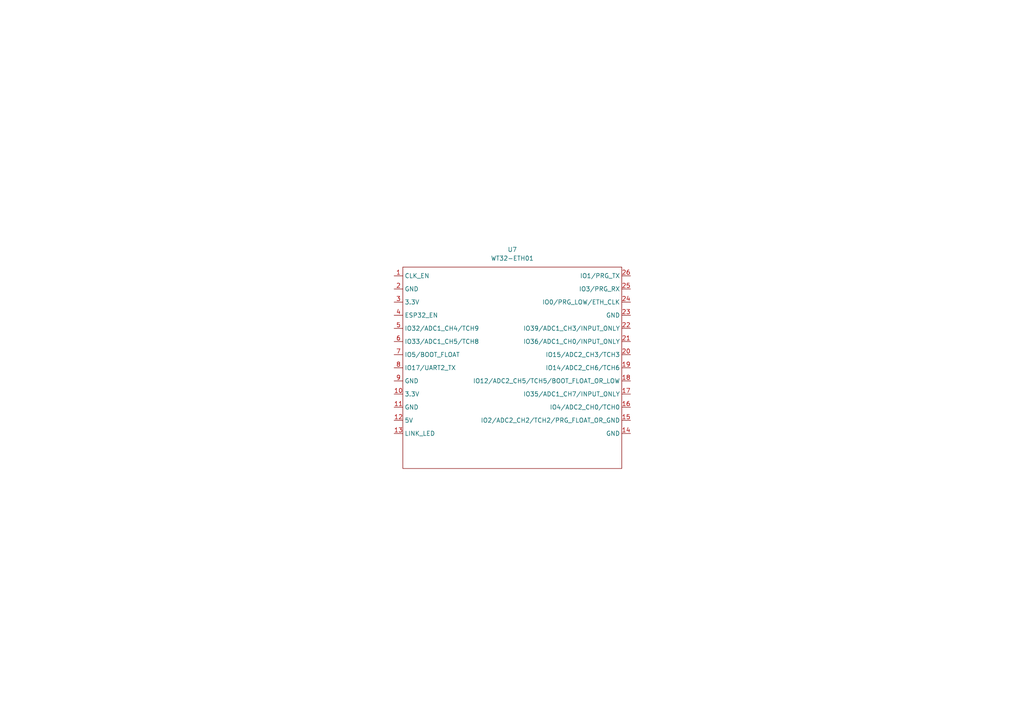
<source format=kicad_sch>
(kicad_sch (version 20231120) (generator "eeschema") (generator_version "8.0")
  (paper "A4")
  (lib_symbols
    (symbol "PhantomVault:WT32-ETH01"
      (property "Reference" "U" (at 0 -22.86 0))
      (property "Value" "WT32-ETH01" (at 0 -25.4 0))
      (symbol "WT32-ETH01_0_1"
        (rectangle (start -31.75 29.21) (end 31.75 -29.21))
      )
      (symbol "WT32-ETH01_1_1"
        (pin bidirectional line (at -34.29 26.67 0) (length 2.54) (name "CLK_EN") (number "1"))
        (pin power_out line (at -34.29 -7.62 0) (length 2.54) (name "3.3V") (number "10"))
        (pin power_in line (at -34.29 -11.43 0) (length 2.54) (name "GND") (number "11"))
        (pin power_in line (at -34.29 -15.24 0) (length 2.54) (name "5V") (number "12"))
        (pin output line (at -34.29 -19.05 0) (length 2.54) (name "LINK_LED") (number "13"))
        (pin power_in line (at 34.29 -19.05 180) (length 2.54) (name "GND") (number "14"))
        (pin bidirectional line (at 34.29 -15.24 180) (length 2.54) (name "IO2/ADC2_CH2/TCH2/PRG_FLOAT_OR_GND") (number "15"))
        (pin bidirectional line (at 34.29 -11.43 180) (length 2.54) (name "IO4/ADC2_CH0/TCH0") (number "16"))
        (pin input line (at 34.29 -7.62 180) (length 2.54) (name "IO35/ADC1_CH7/INPUT_ONLY") (number "17"))
        (pin bidirectional line (at 34.29 -3.81 180) (length 2.54) (name "IO12/ADC2_CH5/TCH5/BOOT_FLOAT_OR_LOW") (number "18"))
        (pin bidirectional line (at 34.29 0 180) (length 2.54) (name "IO14/ADC2_CH6/TCH6") (number "19"))
        (pin power_in line (at -34.29 22.86 0) (length 2.54) (name "GND") (number "2"))
        (pin bidirectional line (at 34.29 3.81 180) (length 2.54) (name "IO15/ADC2_CH3/TCH3") (number "20"))
        (pin input line (at 34.29 7.62 180) (length 2.54) (name "IO36/ADC1_CH0/INPUT_ONLY") (number "21"))
        (pin input line (at 34.29 11.43 180) (length 2.54) (name "IO39/ADC1_CH3/INPUT_ONLY") (number "22"))
        (pin power_in line (at 34.29 15.24 180) (length 2.54) (name "GND") (number "23"))
        (pin bidirectional line (at 34.29 19.05 180) (length 2.54) (name "IO0/PRG_LOW/ETH_CLK") (number "24"))
        (pin bidirectional line (at 34.29 22.86 180) (length 2.54) (name "IO3/PRG_RX") (number "25"))
        (pin bidirectional line (at 34.29 26.67 180) (length 2.54) (name "IO1/PRG_TX") (number "26"))
        (pin power_out line (at -34.29 19.05 0) (length 2.54) (name "3.3V") (number "3"))
        (pin bidirectional line (at -34.29 15.24 0) (length 2.54) (name "ESP32_EN") (number "4"))
        (pin bidirectional line (at -34.29 11.43 0) (length 2.54) (name "IO32/ADC1_CH4/TCH9") (number "5"))
        (pin bidirectional line (at -34.29 7.62 0) (length 2.54) (name "IO33/ADC1_CH5/TCH8") (number "6"))
        (pin bidirectional line (at -34.29 3.81 0) (length 2.54) (name "IO5/BOOT_FLOAT") (number "7"))
        (pin bidirectional line (at -34.29 0 0) (length 2.54) (name "IO17/UART2_TX") (number "8"))
        (pin power_in line (at -34.29 -3.81 0) (length 2.54) (name "GND") (number "9"))
      )
    )
  )
  (symbol (lib_id "PhantomVault:WT32-ETH01") (at 148.59 106.68 0) (unit 1)
    (property "Reference" "U7" (at 148.59 72.39 0))
    (property "Value" "WT32-ETH01" (at 148.59 74.93 0))
    (property "Footprint" "WT32-ETH01:WT32-ETH01" (effects (hide yes)))
    (property "Description" "An ESP32 Dev board with onboard ethernet. Produced by wireless-tag." (effects (hide yes)))
  )
)
</source>
